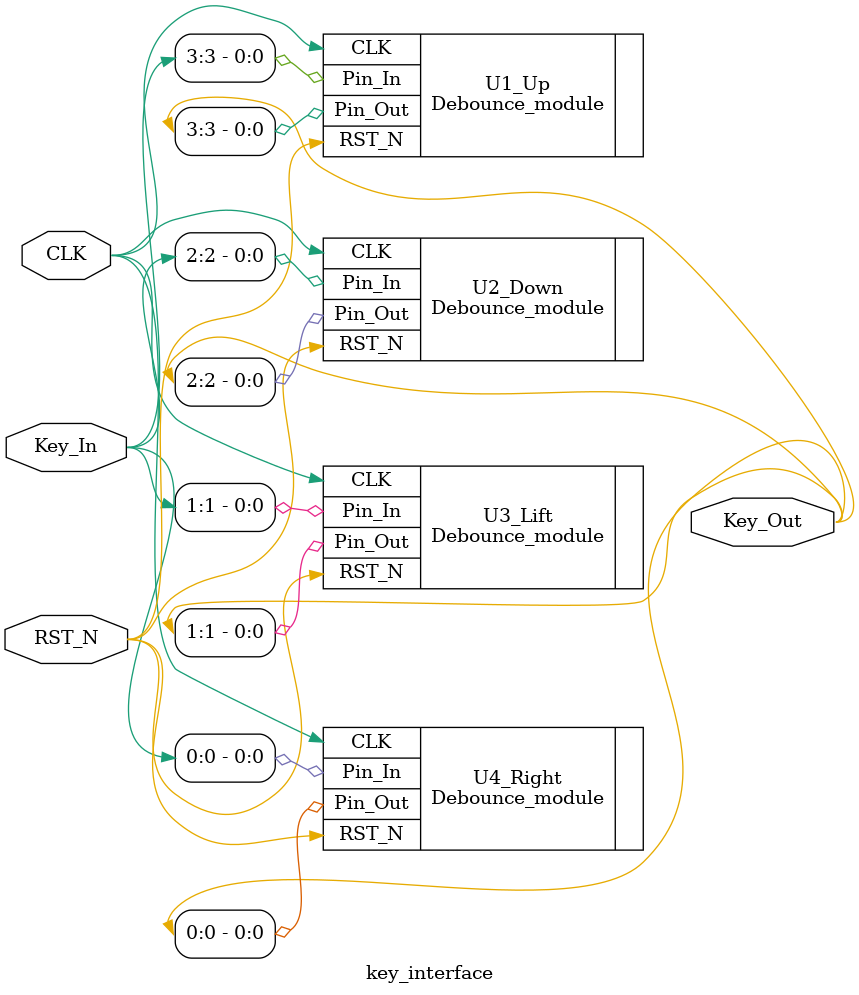
<source format=v>
module key_interface
(
	CLK,RST_N,
	Key_In,Key_Out
);

input CLK;
input RST_N;
input[3:0] Key_In;
output[3:0] Key_Out;

/*********************************************************/

	Debounce_module U1_Up
	(
		.CLK(CLK),
		.RST_N(RST_N),
		.Pin_In(Key_In[3]),
		.Pin_Out(Key_Out[3])
	);
	
/*********************************************************/
		Debounce_module U2_Down
	(
		.CLK(CLK),
		.RST_N(RST_N),
		.Pin_In(Key_In[2]),
		.Pin_Out(Key_Out[2])
	);
	
/*********************************************************/
		Debounce_module U3_Lift
	(
		.CLK(CLK),
		.RST_N(RST_N),
		.Pin_In(Key_In[1]),
		.Pin_Out(Key_Out[1])
	);

/**********************************************************/
		Debounce_module U4_Right
	(
		.CLK(CLK),
		.RST_N(RST_N),
		.Pin_In(Key_In[0]),
		.Pin_Out(Key_Out[0])
	);

/********************************************************/


endmodule
</source>
